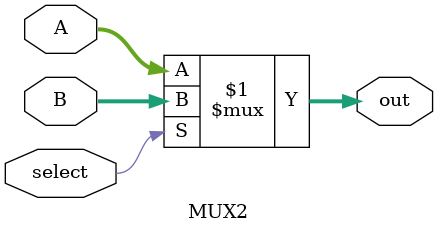
<source format=v>
module MUX2 (
    input [31:0] A, B,
    input select,
    output [31:0] out
);
    assign out = select ? B : A;
endmodule
</source>
